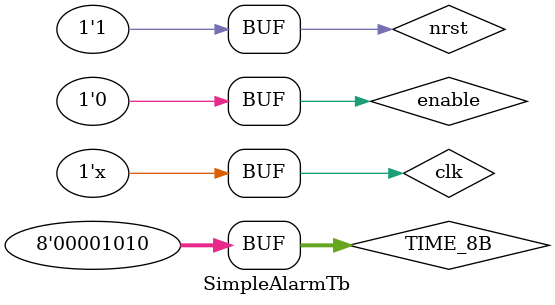
<source format=v>
`timescale 1ns / 1ps

module SimpleAlarmTb;
    reg    clk;
    reg    nrst;
    reg    enable;
    reg    [7:0] TIME_8B;
    wire    alarm;
    // SimpleAlarm ¼ÒÈ¯!
    SimpleAlarm inst1(
        .clk(clk),
        .nrst(nrst),
        .enable(enable),
        .TIME(TIME_8B),
        .Alarm(alarm)
    );
    
    // clock ÁÖ±â´Â 40ns
    always  #20 begin
        clk =   ~clk;
    end
    
    initial begin
        // ÃÊ±â°ª Á¤ÇØÁÖ±â
        clk =   1'b0;
        enable  =   1'b0;
        TIME_8B =   8'd0;
        nrst    =   1'b1;
        // ÃÊ±âÈ­ ÇÑ¹ø ÇØ¼­ S0 state·Î ¹Ù²Þ
        #40 nrst    =   1'b0;
        #40 nrst    =   1'b1;
        // ½Ã°£À» ÀÔ·ÂÇÑ´Ù
        TIME_8B =   8'd10;
        // ÀÔ·ÂµÈ ½Ã°£¿¡ ´ëÇØ ÁøÇàÇÏµµ·Ï S1 state·Î ¹Ù²Þ
        #40 enable  =   1'b1;
        #40 enable  =   1'b0;
    end
    
endmodule

</source>
